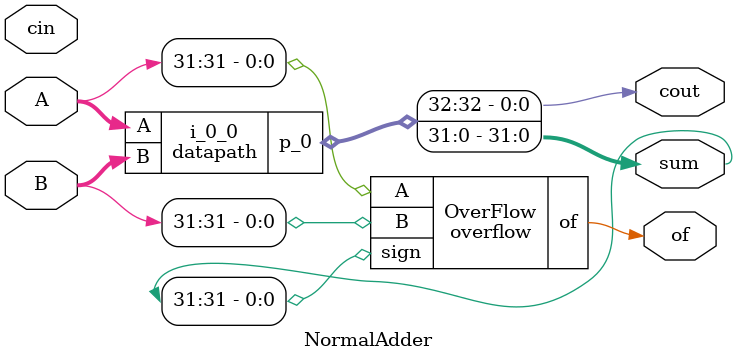
<source format=v>
/*
 * Created by 
   ../bin/Linux-x86_64-O/oasysGui 19.2-p002 on Mon Oct 31 21:31:45 2022
 * (C) Mentor Graphics Corporation
 */
/* CheckSum: 4105020059 */

module overflow(A, B, sign, of);
   input A;
   input B;
   input sign;
   output of;

   wire n_0_0;
   wire n_0_1;
   wire n_0_2;

   INV_X1 i_0_0 (.A(B), .ZN(n_0_0));
   INV_X1 i_0_1 (.A(A), .ZN(n_0_1));
   INV_X1 i_0_2 (.A(sign), .ZN(n_0_2));
   OAI33_X1 i_0_3 (.A1(n_0_0), .A2(n_0_1), .A3(sign), .B1(n_0_2), .B2(A), 
      .B3(B), .ZN(of));
endmodule

module datapath(B, A, p_0);
   input [31:0]B;
   input [31:0]A;
   output [32:0]p_0;

   HA_X1 i_0 (.A(B[0]), .B(A[0]), .CO(n_0), .S(p_0[0]));
   FA_X1 i_1 (.A(B[1]), .B(A[1]), .CI(n_0), .CO(n_1), .S(p_0[1]));
   FA_X1 i_2 (.A(B[2]), .B(A[2]), .CI(n_1), .CO(n_2), .S(p_0[2]));
   FA_X1 i_3 (.A(B[3]), .B(A[3]), .CI(n_2), .CO(n_3), .S(p_0[3]));
   FA_X1 i_4 (.A(B[4]), .B(A[4]), .CI(n_3), .CO(n_4), .S(p_0[4]));
   FA_X1 i_5 (.A(B[5]), .B(A[5]), .CI(n_4), .CO(n_5), .S(p_0[5]));
   FA_X1 i_6 (.A(B[6]), .B(A[6]), .CI(n_5), .CO(n_6), .S(p_0[6]));
   FA_X1 i_7 (.A(B[7]), .B(A[7]), .CI(n_6), .CO(n_7), .S(p_0[7]));
   FA_X1 i_8 (.A(B[8]), .B(A[8]), .CI(n_7), .CO(n_8), .S(p_0[8]));
   FA_X1 i_9 (.A(B[9]), .B(A[9]), .CI(n_8), .CO(n_9), .S(p_0[9]));
   FA_X1 i_10 (.A(B[10]), .B(A[10]), .CI(n_9), .CO(n_10), .S(p_0[10]));
   FA_X1 i_11 (.A(B[11]), .B(A[11]), .CI(n_10), .CO(n_11), .S(p_0[11]));
   FA_X1 i_12 (.A(B[12]), .B(A[12]), .CI(n_11), .CO(n_12), .S(p_0[12]));
   FA_X1 i_13 (.A(B[13]), .B(A[13]), .CI(n_12), .CO(n_13), .S(p_0[13]));
   FA_X1 i_14 (.A(B[14]), .B(A[14]), .CI(n_13), .CO(n_14), .S(p_0[14]));
   FA_X1 i_15 (.A(B[15]), .B(A[15]), .CI(n_14), .CO(n_15), .S(p_0[15]));
   FA_X1 i_16 (.A(B[16]), .B(A[16]), .CI(n_15), .CO(n_16), .S(p_0[16]));
   FA_X1 i_17 (.A(B[17]), .B(A[17]), .CI(n_16), .CO(n_17), .S(p_0[17]));
   FA_X1 i_18 (.A(B[18]), .B(A[18]), .CI(n_17), .CO(n_18), .S(p_0[18]));
   FA_X1 i_19 (.A(B[19]), .B(A[19]), .CI(n_18), .CO(n_19), .S(p_0[19]));
   FA_X1 i_20 (.A(B[20]), .B(A[20]), .CI(n_19), .CO(n_20), .S(p_0[20]));
   FA_X1 i_21 (.A(B[21]), .B(A[21]), .CI(n_20), .CO(n_21), .S(p_0[21]));
   FA_X1 i_22 (.A(B[22]), .B(A[22]), .CI(n_21), .CO(n_22), .S(p_0[22]));
   FA_X1 i_23 (.A(B[23]), .B(A[23]), .CI(n_22), .CO(n_23), .S(p_0[23]));
   FA_X1 i_24 (.A(B[24]), .B(A[24]), .CI(n_23), .CO(n_24), .S(p_0[24]));
   FA_X1 i_25 (.A(B[25]), .B(A[25]), .CI(n_24), .CO(n_25), .S(p_0[25]));
   FA_X1 i_26 (.A(B[26]), .B(A[26]), .CI(n_25), .CO(n_26), .S(p_0[26]));
   FA_X1 i_27 (.A(B[27]), .B(A[27]), .CI(n_26), .CO(n_27), .S(p_0[27]));
   FA_X1 i_28 (.A(B[28]), .B(A[28]), .CI(n_27), .CO(n_28), .S(p_0[28]));
   FA_X1 i_29 (.A(B[29]), .B(A[29]), .CI(n_28), .CO(n_29), .S(p_0[29]));
   FA_X1 i_30 (.A(B[30]), .B(A[30]), .CI(n_29), .CO(n_30), .S(p_0[30]));
   FA_X1 i_31 (.A(B[31]), .B(A[31]), .CI(n_30), .CO(p_0[32]), .S(p_0[31]));
endmodule

module NormalAdder(A, B, cin, sum, cout, of);
   input [31:0]A;
   input [31:0]B;
   input cin;
   output [31:0]sum;
   output cout;
   output of;

   overflow OverFlow (.A(A[31]), .B(B[31]), .sign(sum[31]), .of(of));
   datapath i_0_0 (.B(B), .A(A), .p_0({cout, sum[31], sum[30], sum[29], sum[28], 
      sum[27], sum[26], sum[25], sum[24], sum[23], sum[22], sum[21], sum[20], 
      sum[19], sum[18], sum[17], sum[16], sum[15], sum[14], sum[13], sum[12], 
      sum[11], sum[10], sum[9], sum[8], sum[7], sum[6], sum[5], sum[4], sum[3], 
      sum[2], sum[1], sum[0]}));
endmodule

</source>
